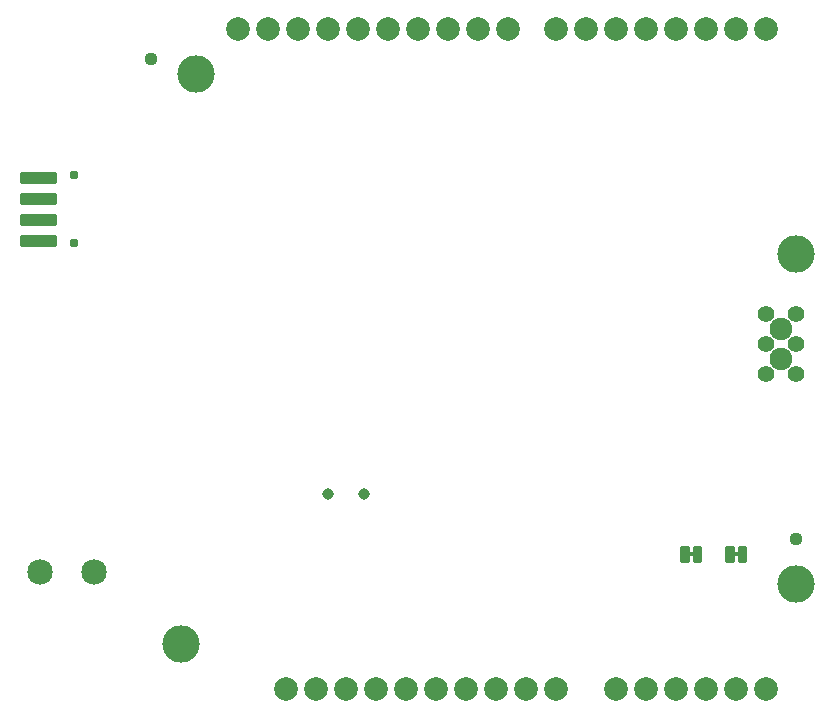
<source format=gbs>
G04 EAGLE Gerber RS-274X export*
G75*
%MOMM*%
%FSLAX34Y34*%
%LPD*%
%INSoldermask Bottom*%
%IPPOS*%
%AMOC8*
5,1,8,0,0,1.08239X$1,22.5*%
G01*
%ADD10C,3.175000*%
%ADD11C,1.927000*%
%ADD12C,1.397000*%
%ADD13C,2.159000*%
%ADD14C,0.777000*%
%ADD15C,0.228344*%
%ADD16C,0.225938*%
%ADD17C,0.977000*%
%ADD18C,2.006600*%
%ADD19C,1.127000*%

G36*
X611570Y125107D02*
X611570Y125107D01*
X611636Y125109D01*
X611679Y125127D01*
X611726Y125135D01*
X611783Y125169D01*
X611843Y125194D01*
X611878Y125225D01*
X611919Y125250D01*
X611961Y125301D01*
X612009Y125345D01*
X612031Y125387D01*
X612060Y125424D01*
X612081Y125486D01*
X612112Y125545D01*
X612120Y125599D01*
X612132Y125636D01*
X612131Y125676D01*
X612139Y125730D01*
X612139Y128270D01*
X612128Y128335D01*
X612126Y128401D01*
X612108Y128444D01*
X612100Y128491D01*
X612066Y128548D01*
X612041Y128608D01*
X612010Y128643D01*
X611985Y128684D01*
X611934Y128726D01*
X611890Y128774D01*
X611848Y128796D01*
X611811Y128825D01*
X611749Y128846D01*
X611690Y128877D01*
X611636Y128885D01*
X611599Y128897D01*
X611559Y128896D01*
X611505Y128904D01*
X607695Y128904D01*
X607630Y128893D01*
X607564Y128891D01*
X607521Y128873D01*
X607474Y128865D01*
X607417Y128831D01*
X607357Y128806D01*
X607322Y128775D01*
X607281Y128750D01*
X607240Y128699D01*
X607191Y128655D01*
X607169Y128613D01*
X607140Y128576D01*
X607119Y128514D01*
X607088Y128455D01*
X607080Y128401D01*
X607068Y128364D01*
X607068Y128361D01*
X607069Y128324D01*
X607061Y128270D01*
X607061Y125730D01*
X607072Y125665D01*
X607074Y125599D01*
X607092Y125556D01*
X607100Y125509D01*
X607134Y125452D01*
X607159Y125392D01*
X607190Y125357D01*
X607215Y125316D01*
X607266Y125275D01*
X607310Y125226D01*
X607352Y125204D01*
X607389Y125175D01*
X607451Y125154D01*
X607510Y125123D01*
X607564Y125115D01*
X607601Y125103D01*
X607641Y125104D01*
X607695Y125096D01*
X611505Y125096D01*
X611570Y125107D01*
G37*
G36*
X573470Y125107D02*
X573470Y125107D01*
X573536Y125109D01*
X573579Y125127D01*
X573626Y125135D01*
X573683Y125169D01*
X573743Y125194D01*
X573778Y125225D01*
X573819Y125250D01*
X573861Y125301D01*
X573909Y125345D01*
X573931Y125387D01*
X573960Y125424D01*
X573981Y125486D01*
X574012Y125545D01*
X574020Y125599D01*
X574032Y125636D01*
X574031Y125676D01*
X574039Y125730D01*
X574039Y128270D01*
X574028Y128335D01*
X574026Y128401D01*
X574008Y128444D01*
X574000Y128491D01*
X573966Y128548D01*
X573941Y128608D01*
X573910Y128643D01*
X573885Y128684D01*
X573834Y128726D01*
X573790Y128774D01*
X573748Y128796D01*
X573711Y128825D01*
X573649Y128846D01*
X573590Y128877D01*
X573536Y128885D01*
X573499Y128897D01*
X573459Y128896D01*
X573405Y128904D01*
X569595Y128904D01*
X569530Y128893D01*
X569464Y128891D01*
X569421Y128873D01*
X569374Y128865D01*
X569317Y128831D01*
X569257Y128806D01*
X569222Y128775D01*
X569181Y128750D01*
X569140Y128699D01*
X569091Y128655D01*
X569069Y128613D01*
X569040Y128576D01*
X569019Y128514D01*
X568988Y128455D01*
X568980Y128401D01*
X568968Y128364D01*
X568968Y128361D01*
X568969Y128324D01*
X568961Y128270D01*
X568961Y125730D01*
X568972Y125665D01*
X568974Y125599D01*
X568992Y125556D01*
X569000Y125509D01*
X569034Y125452D01*
X569059Y125392D01*
X569090Y125357D01*
X569115Y125316D01*
X569166Y125275D01*
X569210Y125226D01*
X569252Y125204D01*
X569289Y125175D01*
X569351Y125154D01*
X569410Y125123D01*
X569464Y125115D01*
X569501Y125103D01*
X569541Y125104D01*
X569595Y125096D01*
X573405Y125096D01*
X573470Y125107D01*
G37*
D10*
X139700Y50800D03*
X660400Y101600D03*
X660400Y381000D03*
X152400Y533400D03*
D11*
X647700Y317500D03*
X647700Y292100D03*
D12*
X660400Y330200D03*
X660400Y304800D03*
X660400Y279400D03*
X635000Y330200D03*
X635000Y304800D03*
X635000Y279400D03*
D13*
X20320Y111760D03*
X66040Y111760D03*
D14*
X49050Y448000D03*
X49050Y390200D03*
D15*
X573911Y132844D02*
X579503Y132844D01*
X579503Y121156D01*
X573911Y121156D01*
X573911Y132844D01*
X573911Y123325D02*
X579503Y123325D01*
X579503Y125494D02*
X573911Y125494D01*
X573911Y127663D02*
X579503Y127663D01*
X579503Y129832D02*
X573911Y129832D01*
X573911Y132001D02*
X579503Y132001D01*
X569089Y132844D02*
X563497Y132844D01*
X569089Y132844D02*
X569089Y121156D01*
X563497Y121156D01*
X563497Y132844D01*
X563497Y123325D02*
X569089Y123325D01*
X569089Y125494D02*
X563497Y125494D01*
X563497Y127663D02*
X569089Y127663D01*
X569089Y129832D02*
X563497Y129832D01*
X563497Y132001D02*
X569089Y132001D01*
X612011Y132844D02*
X617603Y132844D01*
X617603Y121156D01*
X612011Y121156D01*
X612011Y132844D01*
X612011Y123325D02*
X617603Y123325D01*
X617603Y125494D02*
X612011Y125494D01*
X612011Y127663D02*
X617603Y127663D01*
X617603Y129832D02*
X612011Y129832D01*
X612011Y132001D02*
X617603Y132001D01*
X607189Y132844D02*
X601597Y132844D01*
X607189Y132844D02*
X607189Y121156D01*
X601597Y121156D01*
X601597Y132844D01*
X601597Y123325D02*
X607189Y123325D01*
X607189Y125494D02*
X601597Y125494D01*
X601597Y127663D02*
X607189Y127663D01*
X607189Y129832D02*
X601597Y129832D01*
X601597Y132001D02*
X607189Y132001D01*
D16*
X33556Y431996D02*
X4544Y431996D01*
X33556Y431996D02*
X33556Y423984D01*
X4544Y423984D01*
X4544Y431996D01*
X4544Y426130D02*
X33556Y426130D01*
X33556Y428276D02*
X4544Y428276D01*
X4544Y430422D02*
X33556Y430422D01*
X33556Y449776D02*
X4544Y449776D01*
X33556Y449776D02*
X33556Y441764D01*
X4544Y441764D01*
X4544Y449776D01*
X4544Y443910D02*
X33556Y443910D01*
X33556Y446056D02*
X4544Y446056D01*
X4544Y448202D02*
X33556Y448202D01*
X33556Y414216D02*
X4544Y414216D01*
X33556Y414216D02*
X33556Y406204D01*
X4544Y406204D01*
X4544Y414216D01*
X4544Y408350D02*
X33556Y408350D01*
X33556Y410496D02*
X4544Y410496D01*
X4544Y412642D02*
X33556Y412642D01*
X33556Y396436D02*
X4544Y396436D01*
X33556Y396436D02*
X33556Y388424D01*
X4544Y388424D01*
X4544Y396436D01*
X4544Y390570D02*
X33556Y390570D01*
X33556Y392716D02*
X4544Y392716D01*
X4544Y394862D02*
X33556Y394862D01*
D17*
X294400Y177800D03*
X264400Y177800D03*
D18*
X187960Y571500D03*
X213360Y571500D03*
X238760Y571500D03*
X264160Y571500D03*
X289560Y571500D03*
X314960Y571500D03*
X340360Y571500D03*
X365760Y571500D03*
X391160Y571500D03*
X416560Y571500D03*
X457200Y12700D03*
X431800Y12700D03*
X406400Y12700D03*
X381000Y12700D03*
X355600Y12700D03*
X330200Y12700D03*
X304800Y12700D03*
X279400Y12700D03*
X508000Y12700D03*
X533400Y12700D03*
X558800Y12700D03*
X584200Y12700D03*
X609600Y12700D03*
X635000Y12700D03*
X635000Y571500D03*
X609600Y571500D03*
X584200Y571500D03*
X558800Y571500D03*
X533400Y571500D03*
X508000Y571500D03*
X482600Y571500D03*
X457200Y571500D03*
X228600Y12700D03*
X254000Y12700D03*
D19*
X114300Y546100D03*
X660400Y139700D03*
M02*

</source>
